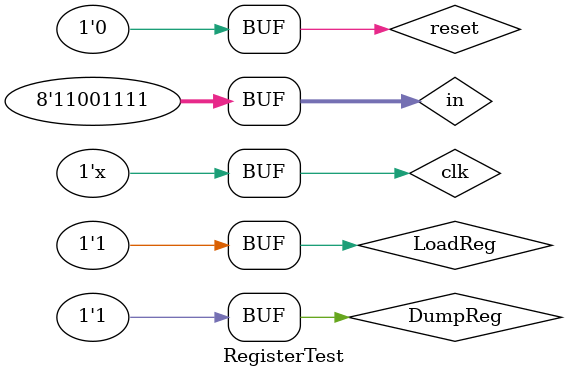
<source format=v>
module RegisterTest();
  reg clk;
  reg reset;
  reg LoadReg;
  reg DumpReg;
  reg [7:0] in;
  wire [7:0] out;
  wire [7:0] out_alu;

   
  Register MUT(clk, reset, LoadReg, DumpReg, in, out, out_alu);
	
	always #5 clk = ~clk;
    initial
    begin
        clk=0;
        #5 reset = 1'b0;

	      #20 LoadReg = 1'b1;
	       in=8'b11001111;

	      #5 DumpReg = 1'b1;
    end
endmodule

</source>
